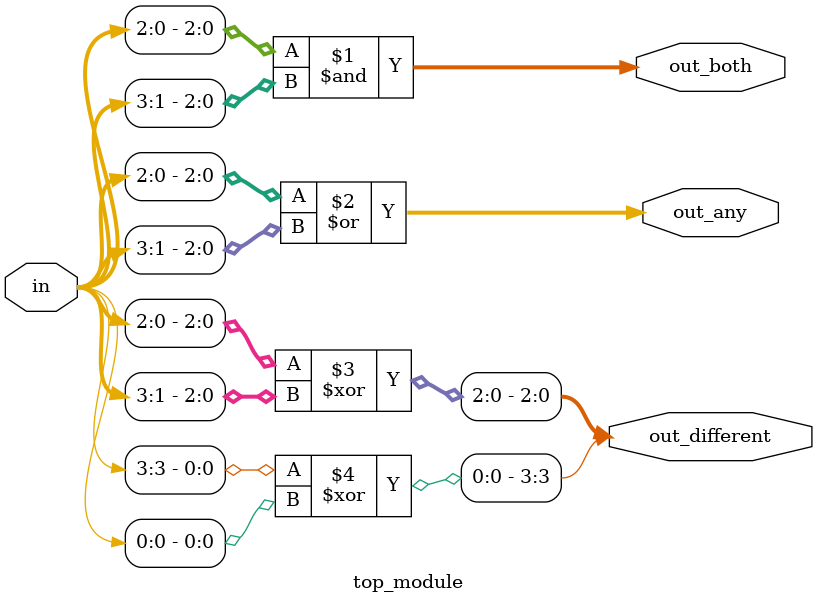
<source format=v>
module top_module( 
    input [3:0] in,
    output [2:0] out_both,
    output [3:1] out_any,
    output [3:0] out_different );
    assign out_both = in[2:0] & in[3:1];
    assign out_any = in[2:0] | in[3:1];
    assign out_different = { in[3] ^ in[0], in[2:0] ^ in[3:1]};
endmodule
</source>
